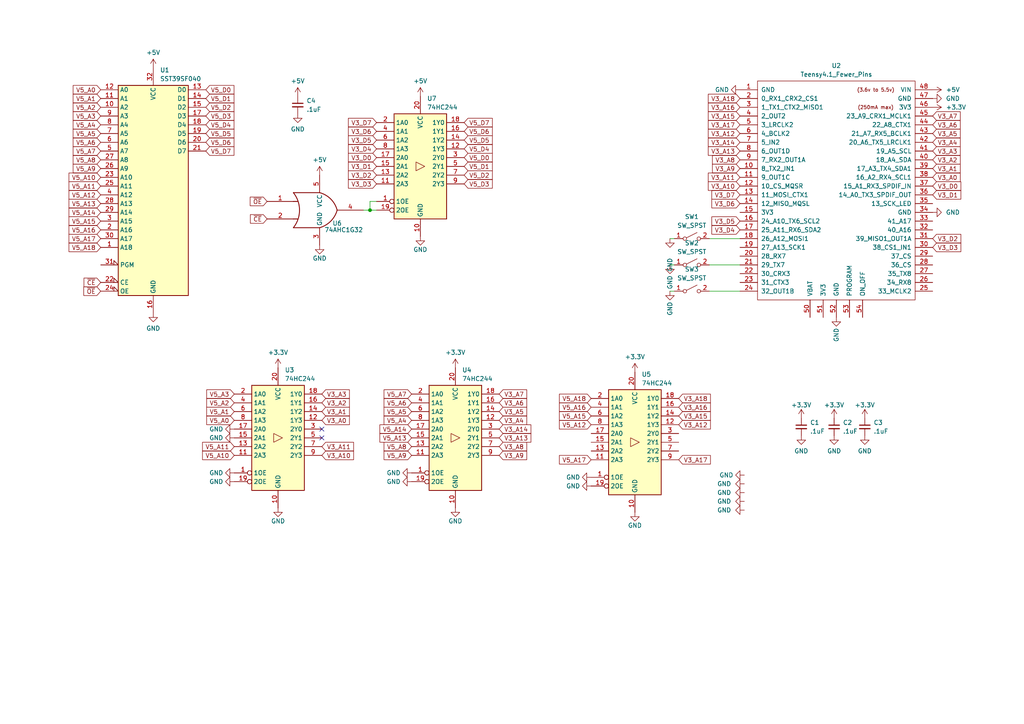
<source format=kicad_sch>
(kicad_sch (version 20230121) (generator eeschema)
  (paper "A4")
  (lib_symbols
    (symbol "74xGxx:74AHC1G32"
      (property "Reference" "U" (at -2.54 3.81 0))
      (property "Value" "74AHC1G32" (at 0 -3.81 0))
      (symbol "74AHC1G32_0_1"
        (arc (start -7.62 -5.08) (mid -5.838 0) (end -7.62 5.08) (stroke (width 0.254)))
        (arc (start 0 -5.08) (mid 3.1986 -3.2054) (end 5.08 0) (stroke (width 0.254)))
        (polyline (pts (xy -7.62 -2.54) (xy -6.35 -2.54)) (stroke (width 0.254)) (fill (type background)))
        (polyline (pts (xy -7.62 2.54) (xy -6.35 2.54)) (stroke (width 0.254)) (fill (type background)))
        (polyline (pts (xy 0 -5.08) (xy -7.62 -5.08)) (stroke (width 0.254)) (fill (type background)))
        (polyline (pts (xy 0 5.08) (xy -7.62 5.08)) (stroke (width 0.254)) (fill (type background)))
        (arc (start 5.08 0) (mid 3.2238 3.2304) (end 0 5.08) (stroke (width 0.254)))
      )
      (symbol "74AHC1G32_1_1"
        (pin input line (at -15.24 2.54 0) (length 7.62) (name "~") (number "1"))
        (pin input line (at -15.24 -2.54 0) (length 7.62) (name "~") (number "2"))
        (pin power_in line (at 0 -10.16 90) (length 5.08) (name "GND") (number "3"))
        (pin output line (at 12.7 0 180) (length 7.62) (name "~") (number "4"))
        (pin power_in line (at 0 10.16 270) (length 5.08) (name "VCC") (number "5"))
      )
    )
    (symbol "74xx:74HC244"
      (property "Reference" "U" (at -7.62 16.51 0))
      (property "Value" "74HC244" (at -7.62 -16.51 0))
      (symbol "74HC244_1_0"
        (polyline (pts (xy 1.27 0) (xy -1.27 1.27) (xy -1.27 -1.27) (xy 1.27 0)) (stroke (width 0.1524)))
        (pin input inverted (at -12.7 -10.16 0) (length 5.08) (name "1OE") (number "1"))
        (pin power_in line (at 0 -20.32 90) (length 5.08) (name "GND") (number "10"))
        (pin input line (at -12.7 -5.08 0) (length 5.08) (name "2A3") (number "11"))
        (pin tri_state line (at 12.7 5.08 180) (length 5.08) (name "1Y3") (number "12"))
        (pin input line (at -12.7 -2.54 0) (length 5.08) (name "2A2") (number "13"))
        (pin tri_state line (at 12.7 7.62 180) (length 5.08) (name "1Y2") (number "14"))
        (pin input line (at -12.7 0 0) (length 5.08) (name "2A1") (number "15"))
        (pin tri_state line (at 12.7 10.16 180) (length 5.08) (name "1Y1") (number "16"))
        (pin input line (at -12.7 2.54 0) (length 5.08) (name "2A0") (number "17"))
        (pin tri_state line (at 12.7 12.7 180) (length 5.08) (name "1Y0") (number "18"))
        (pin input inverted (at -12.7 -12.7 0) (length 5.08) (name "2OE") (number "19"))
        (pin input line (at -12.7 12.7 0) (length 5.08) (name "1A0") (number "2"))
        (pin power_in line (at 0 20.32 270) (length 5.08) (name "VCC") (number "20"))
        (pin tri_state line (at 12.7 2.54 180) (length 5.08) (name "2Y0") (number "3"))
        (pin input line (at -12.7 10.16 0) (length 5.08) (name "1A1") (number "4"))
        (pin tri_state line (at 12.7 0 180) (length 5.08) (name "2Y1") (number "5"))
        (pin input line (at -12.7 7.62 0) (length 5.08) (name "1A2") (number "6"))
        (pin tri_state line (at 12.7 -2.54 180) (length 5.08) (name "2Y2") (number "7"))
        (pin input line (at -12.7 5.08 0) (length 5.08) (name "1A3") (number "8"))
        (pin tri_state line (at 12.7 -5.08 180) (length 5.08) (name "2Y3") (number "9"))
      )
      (symbol "74HC244_1_1"
        (rectangle (start -7.62 15.24) (end 7.62 -15.24) (stroke (width 0.254)) (fill (type background)))
      )
    )
    (symbol "Device:C_Small" (pin_numbers hide) (pin_names (offset 0.254) hide)
      (property "Reference" "C" (at 0.254 1.778 0))
      (property "Value" "C_Small" (at 0.254 -2.032 0))
      (symbol "C_Small_0_1"
        (polyline (pts (xy -1.524 -0.508) (xy 1.524 -0.508)) (stroke (width 0.3302)))
        (polyline (pts (xy -1.524 0.508) (xy 1.524 0.508)) (stroke (width 0.3048)))
      )
      (symbol "C_Small_1_1"
        (pin passive line (at 0 2.54 270) (length 2.032) (name "~") (number "1"))
        (pin passive line (at 0 -2.54 90) (length 2.032) (name "~") (number "2"))
      )
    )
    (symbol "Memory_Flash:SST39SF040"
      (property "Reference" "U" (at 2.54 33.02 0))
      (property "Value" "SST39SF040" (at 0 -30.48 0))
      (symbol "SST39SF040_0_0"
        (pin power_in line (at 0 -34.29 90) (length 5.08) (name "GND") (number "16"))
        (pin power_in line (at 0 36.83 270) (length 5.08) (name "VCC") (number "32"))
      )
      (symbol "SST39SF040_0_1"
        (rectangle (start -10.16 31.75) (end 10.16 -29.21) (stroke (width 0.254)) (fill (type background)))
      )
      (symbol "SST39SF040_1_1"
        (pin input line (at -15.24 -15.24 0) (length 5.08) (name "A18") (number "1"))
        (pin input line (at -15.24 25.4 0) (length 5.08) (name "A2") (number "10"))
        (pin input line (at -15.24 27.94 0) (length 5.08) (name "A1") (number "11"))
        (pin input line (at -15.24 30.48 0) (length 5.08) (name "A0") (number "12"))
        (pin tri_state line (at 15.24 30.48 180) (length 5.08) (name "D0") (number "13"))
        (pin tri_state line (at 15.24 27.94 180) (length 5.08) (name "D1") (number "14"))
        (pin tri_state line (at 15.24 25.4 180) (length 5.08) (name "D2") (number "15"))
        (pin tri_state line (at 15.24 22.86 180) (length 5.08) (name "D3") (number "17"))
        (pin tri_state line (at 15.24 20.32 180) (length 5.08) (name "D4") (number "18"))
        (pin tri_state line (at 15.24 17.78 180) (length 5.08) (name "D5") (number "19"))
        (pin input line (at -15.24 -10.16 0) (length 5.08) (name "A16") (number "2"))
        (pin tri_state line (at 15.24 15.24 180) (length 5.08) (name "D6") (number "20"))
        (pin tri_state line (at 15.24 12.7 180) (length 5.08) (name "D7") (number "21"))
        (pin input input_low (at -15.24 -25.4 0) (length 5.08) (name "CE") (number "22"))
        (pin input line (at -15.24 5.08 0) (length 5.08) (name "A10") (number "23"))
        (pin input input_low (at -15.24 -27.94 0) (length 5.08) (name "OE") (number "24"))
        (pin input line (at -15.24 2.54 0) (length 5.08) (name "A11") (number "25"))
        (pin input line (at -15.24 7.62 0) (length 5.08) (name "A9") (number "26"))
        (pin input line (at -15.24 10.16 0) (length 5.08) (name "A8") (number "27"))
        (pin input line (at -15.24 -2.54 0) (length 5.08) (name "A13") (number "28"))
        (pin input line (at -15.24 -5.08 0) (length 5.08) (name "A14") (number "29"))
        (pin input line (at -15.24 -7.62 0) (length 5.08) (name "A15") (number "3"))
        (pin input line (at -15.24 -12.7 0) (length 5.08) (name "A17") (number "30"))
        (pin input input_low (at -15.24 -20.32 0) (length 5.08) (name "PGM") (number "31"))
        (pin input line (at -15.24 0 0) (length 5.08) (name "A12") (number "4"))
        (pin input line (at -15.24 12.7 0) (length 5.08) (name "A7") (number "5"))
        (pin input line (at -15.24 15.24 0) (length 5.08) (name "A6") (number "6"))
        (pin input line (at -15.24 17.78 0) (length 5.08) (name "A5") (number "7"))
        (pin input line (at -15.24 20.32 0) (length 5.08) (name "A4") (number "8"))
        (pin input line (at -15.24 22.86 0) (length 5.08) (name "A3") (number "9"))
      )
    )
    (symbol "Switch:SW_SPST" (pin_names (offset 0) hide)
      (property "Reference" "SW" (at 0 3.175 0))
      (property "Value" "SW_SPST" (at 0 -2.54 0))
      (symbol "SW_SPST_0_0"
        (circle (center -2.032 0) (radius 0.508))
        (polyline (pts (xy -1.524 0.254) (xy 1.524 1.778)))
        (circle (center 2.032 0) (radius 0.508))
      )
      (symbol "SW_SPST_1_1"
        (pin passive line (at -5.08 0 0) (length 2.54) (name "A") (number "1"))
        (pin passive line (at 5.08 0 180) (length 2.54) (name "B") (number "2"))
      )
    )
    (symbol "power:+3.3V" (power) (pin_names (offset 0))
      (property "Value" "+3.3V" (at 0 3.556 0))
      (symbol "+3.3V_0_1"
        (polyline (pts (xy -0.762 1.27) (xy 0 2.54)))
        (polyline (pts (xy 0 0) (xy 0 2.54)))
        (polyline (pts (xy 0 2.54) (xy 0.762 1.27)))
      )
      (symbol "+3.3V_1_1"
        (pin power_in line (at 0 0 90) (length 0) hide (name "+3.3V") (number "1"))
      )
    )
    (symbol "power:+5V" (power) (pin_names (offset 0))
      (property "Value" "+5V" (at 0 3.556 0))
      (symbol "+5V_0_1"
        (polyline (pts (xy -0.762 1.27) (xy 0 2.54)))
        (polyline (pts (xy 0 0) (xy 0 2.54)))
        (polyline (pts (xy 0 2.54) (xy 0.762 1.27)))
      )
      (symbol "+5V_1_1"
        (pin power_in line (at 0 0 90) (length 0) hide (name "+5V") (number "1"))
      )
    )
    (symbol "power:GND" (power) (pin_names (offset 0))
      (property "Value" "GND" (at 0 -3.81 0))
      (symbol "GND_0_1"
        (polyline (pts (xy 0 0) (xy 0 -1.27) (xy 1.27 -1.27) (xy 0 -2.54) (xy -1.27 -1.27) (xy 0 -1.27)))
      )
      (symbol "GND_1_1"
        (pin power_in line (at 0 0 270) (length 0) hide (name "GND") (number "1"))
      )
    )
    (symbol "smitty:Teensy4.1_Fewer_Pins" (pin_names (offset 1.016))
      (property "Reference" "U" (at 0 60.96 0))
      (property "Value" "Teensy4.1_Fewer_Pins" (at 0 58.42 0))
      (symbol "Teensy4.1_Fewer_Pins_0_0"
        (text "(250mA max)" (at 11.43 49.53 0) (effects (font (size 1.016 1.016))))
        (text "(3.6v to 5.5v)" (at 11.43 54.61 0) (effects (font (size 1.016 1.016))))
        (pin bidirectional line (at -27.94 31.75 0) (length 5.08) (name "8_TX2_IN1") (number "10"))
        (pin bidirectional line (at -27.94 29.21 0) (length 5.08) (name "9_OUT1C") (number "11"))
        (pin bidirectional line (at -27.94 26.67 0) (length 5.08) (name "10_CS_MQSR") (number "12"))
        (pin bidirectional line (at -27.94 24.13 0) (length 5.08) (name "11_MOSI_CTX1") (number "13"))
        (pin bidirectional line (at -27.94 21.59 0) (length 5.08) (name "12_MISO_MQSL") (number "14"))
        (pin power_in line (at -27.94 19.05 0) (length 5.08) (name "3V3") (number "15"))
        (pin bidirectional line (at -27.94 16.51 0) (length 5.08) (name "24_A10_TX6_SCL2") (number "16"))
        (pin bidirectional line (at -27.94 13.97 0) (length 5.08) (name "25_A11_RX6_SDA2") (number "17"))
        (pin bidirectional line (at -27.94 11.43 0) (length 5.08) (name "26_A12_MOSI1") (number "18"))
        (pin bidirectional line (at -27.94 8.89 0) (length 5.08) (name "27_A13_SCK1") (number "19"))
        (pin bidirectional line (at -27.94 6.35 0) (length 5.08) (name "28_RX7") (number "20"))
        (pin bidirectional line (at -27.94 3.81 0) (length 5.08) (name "29_TX7") (number "21"))
        (pin bidirectional line (at -27.94 1.27 0) (length 5.08) (name "30_CRX3") (number "22"))
        (pin bidirectional line (at -27.94 -1.27 0) (length 5.08) (name "31_CTX3") (number "23"))
        (pin bidirectional line (at -27.94 -3.81 0) (length 5.08) (name "32_OUT1B") (number "24"))
        (pin bidirectional line (at 27.94 -3.81 180) (length 5.08) (name "33_MCLK2") (number "25"))
        (pin bidirectional line (at 27.94 -1.27 180) (length 5.08) (name "34_RX8") (number "26"))
        (pin bidirectional line (at 27.94 1.27 180) (length 5.08) (name "35_TX8") (number "27"))
        (pin bidirectional line (at 27.94 3.81 180) (length 5.08) (name "36_CS") (number "28"))
        (pin bidirectional line (at 27.94 6.35 180) (length 5.08) (name "37_CS") (number "29"))
        (pin bidirectional line (at 27.94 8.89 180) (length 5.08) (name "38_CS1_IN1") (number "30"))
        (pin bidirectional line (at 27.94 11.43 180) (length 5.08) (name "39_MISO1_OUT1A") (number "31"))
        (pin bidirectional line (at 27.94 13.97 180) (length 5.08) (name "40_A16") (number "32"))
        (pin bidirectional line (at 27.94 16.51 180) (length 5.08) (name "41_A17") (number "33"))
        (pin bidirectional line (at 27.94 21.59 180) (length 5.08) (name "13_SCK_LED") (number "35"))
        (pin bidirectional line (at 27.94 24.13 180) (length 5.08) (name "14_A0_TX3_SPDIF_OUT") (number "36"))
        (pin bidirectional line (at 27.94 26.67 180) (length 5.08) (name "15_A1_RX3_SPDIF_IN") (number "37"))
        (pin bidirectional line (at 27.94 29.21 180) (length 5.08) (name "16_A2_RX4_SCL1") (number "38"))
        (pin bidirectional line (at 27.94 31.75 180) (length 5.08) (name "17_A3_TX4_SDA1") (number "39"))
        (pin bidirectional line (at 27.94 34.29 180) (length 5.08) (name "18_A4_SDA") (number "40"))
        (pin bidirectional line (at 27.94 36.83 180) (length 5.08) (name "19_A5_SCL") (number "41"))
        (pin bidirectional line (at 27.94 39.37 180) (length 5.08) (name "20_A6_TX5_LRCLK1") (number "42"))
        (pin bidirectional line (at 27.94 41.91 180) (length 5.08) (name "21_A7_RX5_BCLK1") (number "43"))
        (pin bidirectional line (at 27.94 44.45 180) (length 5.08) (name "22_A8_CTX1") (number "44"))
        (pin bidirectional line (at 27.94 46.99 180) (length 5.08) (name "23_A9_CRX1_MCLK1") (number "45"))
        (pin output line (at 27.94 49.53 180) (length 5.08) (name "3V3") (number "46"))
        (pin output line (at 27.94 52.07 180) (length 5.08) (name "GND") (number "47"))
        (pin power_in line (at 27.94 54.61 180) (length 5.08) (name "VIN") (number "48"))
        (pin bidirectional line (at -27.94 44.45 0) (length 5.08) (name "3_LRCLK2") (number "5"))
        (pin power_in line (at -7.62 -11.43 90) (length 5.08) (name "VBAT") (number "50"))
        (pin power_in line (at -3.81 -11.43 90) (length 5.08) (name "3V3") (number "51"))
        (pin input line (at 0 -11.43 90) (length 5.08) (name "GND") (number "52"))
        (pin input line (at 3.81 -11.43 90) (length 5.08) (name "PROGRAM") (number "53"))
        (pin input line (at 7.62 -11.43 90) (length 5.08) (name "ON_OFF") (number "54"))
        (pin bidirectional line (at -27.94 41.91 0) (length 5.08) (name "4_BCLK2") (number "6"))
        (pin bidirectional line (at -27.94 39.37 0) (length 5.08) (name "5_IN2") (number "7"))
        (pin bidirectional line (at -27.94 36.83 0) (length 5.08) (name "6_OUT1D") (number "8"))
        (pin bidirectional line (at -27.94 34.29 0) (length 5.08) (name "7_RX2_OUT1A") (number "9"))
      )
      (symbol "Teensy4.1_Fewer_Pins_0_1"
        (rectangle (start -22.86 57.15) (end 22.86 -6.35))
        (rectangle (start -20.32 -1.27) (end -20.32 -1.27))
      )
      (symbol "Teensy4.1_Fewer_Pins_1_1"
        (pin power_in line (at -27.94 54.61 0) (length 5.08) (name "GND") (number "1"))
        (pin bidirectional line (at -27.94 52.07 0) (length 5.08) (name "0_RX1_CRX2_CS1") (number "2"))
        (pin bidirectional line (at -27.94 49.53 0) (length 5.08) (name "1_TX1_CTX2_MISO1") (number "3"))
        (pin power_in line (at 27.94 19.05 180) (length 5.08) (name "GND") (number "34"))
        (pin bidirectional line (at -27.94 46.99 0) (length 5.08) (name "2_OUT2") (number "4"))
      )
    )
  )
  (junction (at 107.315 60.96))
  (no_connect (at 93.345 124.46))
  (no_connect (at 93.345 127))
  (wire (pts (xy 105.41 60.96) (xy 107.315 60.96)))
  (wire (pts (xy 194.31 76.835) (xy 195.58 76.835)))
  (wire (pts (xy 205.74 69.215) (xy 214.63 69.215)))
  (wire (pts (xy 205.74 84.455) (xy 214.63 84.455)))
  (wire (pts (xy 205.74 76.835) (xy 214.63 76.835)))
  (wire (pts (xy 109.22 58.42) (xy 107.315 58.42)))
  (wire (pts (xy 107.315 58.42) (xy 107.315 60.96)))
  (wire (pts (xy 107.315 60.96) (xy 109.22 60.96)))
  (wire (pts (xy 194.31 84.455) (xy 195.58 84.455)))
  (wire (pts (xy 194.31 69.215) (xy 195.58 69.215)))
  (global_label "V5_A3" (shape input) (at 29.21 33.655 180) (property "Intersheetrefs" "${INTERSHEET_REFS}" (effects hide)))
  (global_label "V5_D4" (shape input) (at 134.62 43.18 0) (property "Intersheetrefs" "${INTERSHEET_REFS}" (effects hide)))
  (global_label "V5_A14" (shape input) (at 119.38 124.46 180) (property "Intersheetrefs" "${INTERSHEET_REFS}" (effects hide)))
  (global_label "V3_A3" (shape input) (at 270.51 43.815 0) (property "Intersheetrefs" "${INTERSHEET_REFS}" (effects hide)))
  (global_label "V3_A14" (shape input) (at 214.63 41.275 180) (property "Intersheetrefs" "${INTERSHEET_REFS}" (effects hide)))
  (global_label "V3_A11" (shape input) (at 93.345 129.54 0) (property "Intersheetrefs" "${INTERSHEET_REFS}" (effects hide)))
  (global_label "V3_A14" (shape input) (at 144.78 124.46 0) (property "Intersheetrefs" "${INTERSHEET_REFS}" (effects hide)))
  (global_label "V3_A4" (shape input) (at 144.78 121.92 0) (property "Intersheetrefs" "${INTERSHEET_REFS}" (effects hide)))
  (global_label "V5_A13" (shape input) (at 29.21 59.055 180) (property "Intersheetrefs" "${INTERSHEET_REFS}" (effects hide)))
  (global_label "V3_A16" (shape input) (at 196.85 118.11 0) (property "Intersheetrefs" "${INTERSHEET_REFS}" (effects hide)))
  (global_label "V3_D3" (shape input) (at 109.22 53.34 180) (property "Intersheetrefs" "${INTERSHEET_REFS}" (effects hide)))
  (global_label "V5_A12" (shape input) (at 29.21 56.515 180) (property "Intersheetrefs" "${INTERSHEET_REFS}" (effects hide)))
  (global_label "~{OE}" (shape input) (at 77.47 58.42 180) (property "Intersheetrefs" "${INTERSHEET_REFS}" (effects hide)))
  (global_label "V3_D4" (shape input) (at 214.63 66.675 180) (property "Intersheetrefs" "${INTERSHEET_REFS}" (effects hide)))
  (global_label "V3_A18" (shape input) (at 214.63 28.575 180) (property "Intersheetrefs" "${INTERSHEET_REFS}" (effects hide)))
  (global_label "V3_D0" (shape input) (at 109.22 45.72 180) (property "Intersheetrefs" "${INTERSHEET_REFS}" (effects hide)))
  (global_label "V5_A2" (shape input) (at 29.21 31.115 180) (property "Intersheetrefs" "${INTERSHEET_REFS}" (effects hide)))
  (global_label "V3_A8" (shape input) (at 144.78 129.54 0) (property "Intersheetrefs" "${INTERSHEET_REFS}" (effects hide)))
  (global_label "V3_A3" (shape input) (at 93.345 114.3 0) (property "Intersheetrefs" "${INTERSHEET_REFS}" (effects hide)))
  (global_label "V3_D5" (shape input) (at 109.22 40.64 180) (property "Intersheetrefs" "${INTERSHEET_REFS}" (effects hide)))
  (global_label "V5_D0" (shape input) (at 59.69 26.035 0) (property "Intersheetrefs" "${INTERSHEET_REFS}" (effects hide)))
  (global_label "V5_A7" (shape input) (at 29.21 43.815 180) (property "Intersheetrefs" "${INTERSHEET_REFS}" (effects hide)))
  (global_label "V5_A4" (shape input) (at 29.21 36.195 180) (property "Intersheetrefs" "${INTERSHEET_REFS}" (effects hide)))
  (global_label "V3_A7" (shape input) (at 270.51 33.655 0) (property "Intersheetrefs" "${INTERSHEET_REFS}" (effects hide)))
  (global_label "V5_D7" (shape input) (at 134.62 35.56 0) (property "Intersheetrefs" "${INTERSHEET_REFS}" (effects hide)))
  (global_label "V5_A5" (shape input) (at 119.38 119.38 180) (property "Intersheetrefs" "${INTERSHEET_REFS}" (effects hide)))
  (global_label "V3_A4" (shape input) (at 270.51 41.275 0) (property "Intersheetrefs" "${INTERSHEET_REFS}" (effects hide)))
  (global_label "V5_A4" (shape input) (at 119.38 121.92 180) (property "Intersheetrefs" "${INTERSHEET_REFS}" (effects hide)))
  (global_label "V5_A11" (shape input) (at 67.945 129.54 180) (property "Intersheetrefs" "${INTERSHEET_REFS}" (effects hide)))
  (global_label "V5_D6" (shape input) (at 59.69 41.275 0) (property "Intersheetrefs" "${INTERSHEET_REFS}" (effects hide)))
  (global_label "V3_A1" (shape input) (at 93.345 119.38 0) (property "Intersheetrefs" "${INTERSHEET_REFS}" (effects hide)))
  (global_label "V5_A18" (shape input) (at 29.21 71.755 180) (property "Intersheetrefs" "${INTERSHEET_REFS}" (effects hide)))
  (global_label "V3_D3" (shape input) (at 270.51 71.755 0) (property "Intersheetrefs" "${INTERSHEET_REFS}" (effects hide)))
  (global_label "V3_A1" (shape input) (at 270.51 48.895 0) (property "Intersheetrefs" "${INTERSHEET_REFS}" (effects hide)))
  (global_label "V5_A14" (shape input) (at 29.21 61.595 180) (property "Intersheetrefs" "${INTERSHEET_REFS}" (effects hide)))
  (global_label "V5_D7" (shape input) (at 59.69 43.815 0) (property "Intersheetrefs" "${INTERSHEET_REFS}" (effects hide)))
  (global_label "V5_A0" (shape input) (at 67.945 121.92 180) (property "Intersheetrefs" "${INTERSHEET_REFS}" (effects hide)))
  (global_label "V3_D7" (shape input) (at 214.63 56.515 180) (property "Intersheetrefs" "${INTERSHEET_REFS}" (effects hide)))
  (global_label "V3_A13" (shape input) (at 144.78 127 0) (property "Intersheetrefs" "${INTERSHEET_REFS}" (effects hide)))
  (global_label "V5_A9" (shape input) (at 29.21 48.895 180) (property "Intersheetrefs" "${INTERSHEET_REFS}" (effects hide)))
  (global_label "V5_A10" (shape input) (at 67.945 132.08 180) (property "Intersheetrefs" "${INTERSHEET_REFS}" (effects hide)))
  (global_label "V5_D2" (shape input) (at 134.62 50.8 0) (property "Intersheetrefs" "${INTERSHEET_REFS}" (effects hide)))
  (global_label "V5_A1" (shape input) (at 67.945 119.38 180) (property "Intersheetrefs" "${INTERSHEET_REFS}" (effects hide)))
  (global_label "V3_A0" (shape input) (at 93.345 121.92 0) (property "Intersheetrefs" "${INTERSHEET_REFS}" (effects hide)))
  (global_label "V5_D4" (shape input) (at 59.69 36.195 0) (property "Intersheetrefs" "${INTERSHEET_REFS}" (effects hide)))
  (global_label "V5_D5" (shape input) (at 134.62 40.64 0) (property "Intersheetrefs" "${INTERSHEET_REFS}" (effects hide)))
  (global_label "V5_A0" (shape input) (at 29.21 26.035 180) (property "Intersheetrefs" "${INTERSHEET_REFS}" (effects hide)))
  (global_label "V5_A8" (shape input) (at 29.21 46.355 180) (property "Intersheetrefs" "${INTERSHEET_REFS}" (effects hide)))
  (global_label "V3_D1" (shape input) (at 270.51 56.515 0) (property "Intersheetrefs" "${INTERSHEET_REFS}" (effects hide)))
  (global_label "V3_D1" (shape input) (at 109.22 48.26 180) (property "Intersheetrefs" "${INTERSHEET_REFS}" (effects hide)))
  (global_label "V5_A18" (shape input) (at 171.45 115.57 180) (property "Intersheetrefs" "${INTERSHEET_REFS}" (effects hide)))
  (global_label "V5_A12" (shape input) (at 171.45 123.19 180) (property "Intersheetrefs" "${INTERSHEET_REFS}" (effects hide)))
  (global_label "V3_A7" (shape input) (at 144.78 114.3 0) (property "Intersheetrefs" "${INTERSHEET_REFS}" (effects hide)))
  (global_label "V3_A17" (shape input) (at 214.63 36.195 180) (property "Intersheetrefs" "${INTERSHEET_REFS}" (effects hide)))
  (global_label "V3_A10" (shape input) (at 214.63 53.975 180) (property "Intersheetrefs" "${INTERSHEET_REFS}" (effects hide)))
  (global_label "~{CE}" (shape input) (at 29.21 81.915 180) (property "Intersheetrefs" "${INTERSHEET_REFS}" (effects hide)))
  (global_label "V3_A16" (shape input) (at 214.63 31.115 180) (property "Intersheetrefs" "${INTERSHEET_REFS}" (effects hide)))
  (global_label "V3_A2" (shape input) (at 270.51 46.355 0) (property "Intersheetrefs" "${INTERSHEET_REFS}" (effects hide)))
  (global_label "V3_D0" (shape input) (at 270.51 53.975 0) (property "Intersheetrefs" "${INTERSHEET_REFS}" (effects hide)))
  (global_label "V3_A6" (shape input) (at 270.51 36.195 0) (property "Intersheetrefs" "${INTERSHEET_REFS}" (effects hide)))
  (global_label "V3_A5" (shape input) (at 270.51 38.735 0) (property "Intersheetrefs" "${INTERSHEET_REFS}" (effects hide)))
  (global_label "V3_A6" (shape input) (at 144.78 116.84 0) (property "Intersheetrefs" "${INTERSHEET_REFS}" (effects hide)))
  (global_label "V3_D5" (shape input) (at 214.63 64.135 180) (property "Intersheetrefs" "${INTERSHEET_REFS}" (effects hide)))
  (global_label "V3_D4" (shape input) (at 109.22 43.18 180) (property "Intersheetrefs" "${INTERSHEET_REFS}" (effects hide)))
  (global_label "V5_A17" (shape input) (at 29.21 69.215 180) (property "Intersheetrefs" "${INTERSHEET_REFS}" (effects hide)))
  (global_label "V5_D6" (shape input) (at 134.62 38.1 0) (property "Intersheetrefs" "${INTERSHEET_REFS}" (effects hide)))
  (global_label "V5_D1" (shape input) (at 134.62 48.26 0) (property "Intersheetrefs" "${INTERSHEET_REFS}" (effects hide)))
  (global_label "V5_A10" (shape input) (at 29.21 51.435 180) (property "Intersheetrefs" "${INTERSHEET_REFS}" (effects hide)))
  (global_label "V5_D2" (shape input) (at 59.69 31.115 0) (property "Intersheetrefs" "${INTERSHEET_REFS}" (effects hide)))
  (global_label "V5_A7" (shape input) (at 119.38 114.3 180) (property "Intersheetrefs" "${INTERSHEET_REFS}" (effects hide)))
  (global_label "V5_A11" (shape input) (at 29.21 53.975 180) (property "Intersheetrefs" "${INTERSHEET_REFS}" (effects hide)))
  (global_label "~{CE}" (shape input) (at 77.47 63.5 180) (property "Intersheetrefs" "${INTERSHEET_REFS}" (effects hide)))
  (global_label "~{OE}" (shape input) (at 29.21 84.455 180) (property "Intersheetrefs" "${INTERSHEET_REFS}" (effects hide)))
  (global_label "V3_A13" (shape input) (at 214.63 43.815 180) (property "Intersheetrefs" "${INTERSHEET_REFS}" (effects hide)))
  (global_label "V5_A16" (shape input) (at 29.21 66.675 180) (property "Intersheetrefs" "${INTERSHEET_REFS}" (effects hide)))
  (global_label "V3_A9" (shape input) (at 214.63 48.895 180) (property "Intersheetrefs" "${INTERSHEET_REFS}" (effects hide)))
  (global_label "V5_D0" (shape input) (at 134.62 45.72 0) (property "Intersheetrefs" "${INTERSHEET_REFS}" (effects hide)))
  (global_label "V5_A15" (shape input) (at 29.21 64.135 180) (property "Intersheetrefs" "${INTERSHEET_REFS}" (effects hide)))
  (global_label "V5_A16" (shape input) (at 171.45 118.11 180) (property "Intersheetrefs" "${INTERSHEET_REFS}" (effects hide)))
  (global_label "V5_A17" (shape input) (at 171.45 133.35 180) (property "Intersheetrefs" "${INTERSHEET_REFS}" (effects hide)))
  (global_label "V5_A3" (shape input) (at 67.945 114.3 180) (property "Intersheetrefs" "${INTERSHEET_REFS}" (effects hide)))
  (global_label "V3_A15" (shape input) (at 214.63 33.655 180) (property "Intersheetrefs" "${INTERSHEET_REFS}" (effects hide)))
  (global_label "V5_D3" (shape input) (at 134.62 53.34 0) (property "Intersheetrefs" "${INTERSHEET_REFS}" (effects hide)))
  (global_label "V3_D6" (shape input) (at 109.22 38.1 180) (property "Intersheetrefs" "${INTERSHEET_REFS}" (effects hide)))
  (global_label "V5_A8" (shape input) (at 119.38 129.54 180) (property "Intersheetrefs" "${INTERSHEET_REFS}" (effects hide)))
  (global_label "V3_A2" (shape input) (at 93.345 116.84 0) (property "Intersheetrefs" "${INTERSHEET_REFS}" (effects hide)))
  (global_label "V5_D3" (shape input) (at 59.69 33.655 0) (property "Intersheetrefs" "${INTERSHEET_REFS}" (effects hide)))
  (global_label "V5_A6" (shape input) (at 119.38 116.84 180) (property "Intersheetrefs" "${INTERSHEET_REFS}" (effects hide)))
  (global_label "V5_A2" (shape input) (at 67.945 116.84 180) (property "Intersheetrefs" "${INTERSHEET_REFS}" (effects hide)))
  (global_label "V3_A15" (shape input) (at 196.85 120.65 0) (property "Intersheetrefs" "${INTERSHEET_REFS}" (effects hide)))
  (global_label "V5_A13" (shape input) (at 119.38 127 180) (property "Intersheetrefs" "${INTERSHEET_REFS}" (effects hide)))
  (global_label "V3_A12" (shape input) (at 196.85 123.19 0) (property "Intersheetrefs" "${INTERSHEET_REFS}" (effects hide)))
  (global_label "V3_D6" (shape input) (at 214.63 59.055 180) (property "Intersheetrefs" "${INTERSHEET_REFS}" (effects hide)))
  (global_label "V5_A5" (shape input) (at 29.21 38.735 180) (property "Intersheetrefs" "${INTERSHEET_REFS}" (effects hide)))
  (global_label "V3_A8" (shape input) (at 214.63 46.355 180) (property "Intersheetrefs" "${INTERSHEET_REFS}" (effects hide)))
  (global_label "V5_D5" (shape input) (at 59.69 38.735 0) (property "Intersheetrefs" "${INTERSHEET_REFS}" (effects hide)))
  (global_label "V3_A10" (shape input) (at 93.345 132.08 0) (property "Intersheetrefs" "${INTERSHEET_REFS}" (effects hide)))
  (global_label "V3_A12" (shape input) (at 214.63 38.735 180) (property "Intersheetrefs" "${INTERSHEET_REFS}" (effects hide)))
  (global_label "V3_D2" (shape input) (at 270.51 69.215 0) (property "Intersheetrefs" "${INTERSHEET_REFS}" (effects hide)))
  (global_label "V3_A0" (shape input) (at 270.51 51.435 0) (property "Intersheetrefs" "${INTERSHEET_REFS}" (effects hide)))
  (global_label "V3_A5" (shape input) (at 144.78 119.38 0) (property "Intersheetrefs" "${INTERSHEET_REFS}" (effects hide)))
  (global_label "V5_A15" (shape input) (at 171.45 120.65 180) (property "Intersheetrefs" "${INTERSHEET_REFS}" (effects hide)))
  (global_label "V5_A6" (shape input) (at 29.21 41.275 180) (property "Intersheetrefs" "${INTERSHEET_REFS}" (effects hide)))
  (global_label "V3_D2" (shape input) (at 109.22 50.8 180) (property "Intersheetrefs" "${INTERSHEET_REFS}" (effects hide)))
  (global_label "V3_A18" (shape input) (at 196.85 115.57 0) (property "Intersheetrefs" "${INTERSHEET_REFS}" (effects hide)))
  (global_label "V3_A17" (shape input) (at 196.85 133.35 0) (property "Intersheetrefs" "${INTERSHEET_REFS}" (effects hide)))
  (global_label "V3_D7" (shape input) (at 109.22 35.56 180) (property "Intersheetrefs" "${INTERSHEET_REFS}" (effects hide)))
  (global_label "V5_D1" (shape input) (at 59.69 28.575 0) (property "Intersheetrefs" "${INTERSHEET_REFS}" (effects hide)))
  (global_label "V5_A1" (shape input) (at 29.21 28.575 180) (property "Intersheetrefs" "${INTERSHEET_REFS}" (effects hide)))
  (global_label "V3_A11" (shape input) (at 214.63 51.435 180) (property "Intersheetrefs" "${INTERSHEET_REFS}" (effects hide)))
  (global_label "V5_A9" (shape input) (at 119.38 132.08 180) (property "Intersheetrefs" "${INTERSHEET_REFS}" (effects hide)))
  (global_label "V3_A9" (shape input) (at 144.78 132.08 0) (property "Intersheetrefs" "${INTERSHEET_REFS}" (effects hide)))
  (symbol (lib_id "power:GND") (at 214.63 26.035 270) (unit 1)
    (property "Reference" "#PWR06" (effects hide))
    (property "Value" "GND" (at 211.455 26.035 90) (effects (justify right)))
  )
  (symbol (lib_id "74xx:74HC244") (at 132.08 127 0) (unit 1)
    (property "Reference" "U4" (at 134.0359 107.315 0) (effects (justify left)))
    (property "Value" "74HC244" (at 134.0359 109.855 0) (effects (justify left)))
    (property "Footprint" "Package_SO:TSSOP-20_4.4x6.5mm_P0.65mm" (effects hide))
    (property "Datasheet" "https://assets.nexperia.com/documents/data-sheet/74HC_HCT244.pdf" (effects hide))
    (property "LCSC" "C5623" (effects hide))
  )
  (symbol (lib_id "power:GND") (at 184.15 148.59 0) (unit 1)
    (property "Reference" "#PWR022" (effects hide))
    (property "Value" "GND" (at 184.15 152.4 0))
  )
  (symbol (lib_id "power:GND") (at 194.31 76.835 0) (unit 1)
    (property "Reference" "#PWR028" (effects hide))
    (property "Value" "GND" (at 194.31 81.915 90))
  )
  (symbol (lib_id "74xx:74HC244") (at 121.92 48.26 0) (unit 1)
    (property "Reference" "U7" (at 123.8759 28.575 0) (effects (justify left)))
    (property "Value" "74HC244" (at 123.8759 31.115 0) (effects (justify left)))
    (property "Footprint" "Package_SO:TSSOP-20_4.4x6.5mm_P0.65mm" (effects hide))
    (property "Datasheet" "https://assets.nexperia.com/documents/data-sheet/74HC_HCT244.pdf" (effects hide))
    (property "LCSC" "C5623" (effects hide))
  )
  (symbol (lib_id "power:GND") (at 121.92 68.58 0) (unit 1)
    (property "Reference" "#PWR016" (effects hide))
    (property "Value" "GND" (at 121.92 72.39 0))
  )
  (symbol (lib_id "power:GND") (at 132.08 147.32 0) (unit 1)
    (property "Reference" "#PWR014" (effects hide))
    (property "Value" "GND" (at 132.08 151.13 0))
  )
  (symbol (lib_id "Device:C_Small") (at 241.935 123.825 0) (unit 1)
    (property "Reference" "C2" (at 244.475 122.5613 0) (effects (justify left)))
    (property "Value" ".1uF" (at 244.475 125.1013 0) (effects (justify left)))
    (property "Footprint" "Capacitor_SMD:C_0603_1608Metric" (effects hide))
    (property "LCSC" "C15849" (effects hide))
  )
  (symbol (lib_id "power:+5V") (at 92.71 50.8 0) (unit 1)
    (property "Reference" "#PWR08" (effects hide))
    (property "Value" "+5V" (at 92.71 46.355 0))
  )
  (symbol (lib_id "power:GND") (at 119.38 137.16 270) (unit 1)
    (property "Reference" "#PWR019" (effects hide))
    (property "Value" "GND" (at 116.205 137.16 90) (effects (justify right)))
  )
  (symbol (lib_id "power:GND") (at 67.945 124.46 270) (unit 1)
    (property "Reference" "#PWR017" (effects hide))
    (property "Value" "GND" (at 64.77 124.46 90) (effects (justify right)))
  )
  (symbol (lib_id "power:GND") (at 44.45 90.805 0) (unit 1)
    (property "Reference" "#PWR02" (effects hide))
    (property "Value" "GND" (at 44.45 95.25 0))
  )
  (symbol (lib_id "Device:C_Small") (at 250.825 123.825 0) (unit 1)
    (property "Reference" "C3" (at 253.365 122.5613 0) (effects (justify left)))
    (property "Value" ".1uF" (at 253.365 125.1013 0) (effects (justify left)))
    (property "Footprint" "Capacitor_SMD:C_0603_1608Metric" (effects hide))
    (property "LCSC" "C15849" (effects hide))
  )
  (symbol (lib_id "power:+5V") (at 86.36 27.94 0) (unit 1)
    (property "Reference" "#PWR040" (effects hide))
    (property "Value" "+5V" (at 86.36 23.495 0))
  )
  (symbol (lib_id "power:+3.3V") (at 80.645 106.68 0) (unit 1)
    (property "Reference" "#PWR012" (effects hide))
    (property "Value" "+3.3V" (at 80.645 102.235 0))
  )
  (symbol (lib_id "74xx:74HC244") (at 184.15 128.27 0) (unit 1)
    (property "Reference" "U5" (at 186.1059 108.585 0) (effects (justify left)))
    (property "Value" "74HC244" (at 186.1059 111.125 0) (effects (justify left)))
    (property "Footprint" "Package_SO:TSSOP-20_4.4x6.5mm_P0.65mm" (effects hide))
    (property "Datasheet" "https://assets.nexperia.com/documents/data-sheet/74HC_HCT244.pdf" (effects hide))
    (property "LCSC" "C5623" (effects hide))
  )
  (symbol (lib_id "power:GND") (at 215.9 140.335 270) (mirror x) (unit 1)
    (property "Reference" "#PWR043" (effects hide))
    (property "Value" "GND" (at 212.09 140.335 90) (effects (justify right)))
  )
  (symbol (lib_id "power:+3.3V") (at 250.825 121.285 0) (unit 1)
    (property "Reference" "#PWR038" (effects hide))
    (property "Value" "+3.3V" (at 250.825 117.475 0))
  )
  (symbol (lib_id "power:GND") (at 119.38 139.7 270) (unit 1)
    (property "Reference" "#PWR024" (effects hide))
    (property "Value" "GND" (at 116.205 139.7 90) (effects (justify right)))
  )
  (symbol (lib_id "power:GND") (at 215.9 137.795 270) (mirror x) (unit 1)
    (property "Reference" "#PWR042" (effects hide))
    (property "Value" "GND" (at 212.725 137.795 90) (effects (justify right)))
  )
  (symbol (lib_id "power:GND") (at 242.57 92.075 0) (unit 1)
    (property "Reference" "#PWR04" (effects hide))
    (property "Value" "GND" (at 242.57 97.155 90))
  )
  (symbol (lib_id "power:GND") (at 92.71 71.12 0) (unit 1)
    (property "Reference" "#PWR07" (effects hide))
    (property "Value" "GND" (at 92.71 74.93 0))
  )
  (symbol (lib_id "74xGxx:74AHC1G32") (at 92.71 60.96 0) (unit 1)
    (property "Reference" "U6" (at 97.79 64.77 0))
    (property "Value" "74AHC1G32" (at 99.695 66.675 0))
    (property "Footprint" "Package_TO_SOT_SMD:SOT-353_SC-70-5" (effects hide))
    (property "Datasheet" "http://www.ti.com/lit/sg/scyt129e/scyt129e.pdf" (effects hide))
    (property "LCSC" "C12489" (effects hide))
  )
  (symbol (lib_id "Memory_Flash:SST39SF040") (at 44.45 56.515 0) (unit 1) (in_bom no)
    (property "Reference" "U1" (at 46.4059 20.32 0) (effects (justify left)))
    (property "Value" "SST39SF040" (at 46.4059 22.86 0) (effects (justify left)))
    (property "Footprint" "Package_DIP:DIP-32_W15.24mm_Socket" (effects hide))
    (property "Datasheet" "http://ww1.microchip.com/downloads/en/DeviceDoc/25022B.pdf" (effects hide))
  )
  (symbol (lib_id "power:GND") (at 241.935 126.365 0) (unit 1)
    (property "Reference" "#PWR037" (effects hide))
    (property "Value" "GND" (at 241.935 130.81 0))
  )
  (symbol (lib_id "Switch:SW_SPST") (at 200.66 76.835 0) (unit 1)
    (property "Reference" "SW2" (at 200.66 70.485 0))
    (property "Value" "SW_SPST" (at 200.66 73.025 0))
    (property "Footprint" "Button_Switch_SMD:SW_SPST_B3U-1000P-B" (effects hide))
    (property "LCSC" "C498294" (effects hide))
  )
  (symbol (lib_id "power:GND") (at 171.45 140.97 270) (unit 1)
    (property "Reference" "#PWR023" (effects hide))
    (property "Value" "GND" (at 168.275 140.97 90) (effects (justify right)))
  )
  (symbol (lib_id "power:GND") (at 194.31 84.455 0) (unit 1)
    (property "Reference" "#PWR029" (effects hide))
    (property "Value" "GND" (at 194.31 89.535 90))
  )
  (symbol (lib_id "power:GND") (at 80.645 147.32 0) (unit 1)
    (property "Reference" "#PWR015" (effects hide))
    (property "Value" "GND" (at 80.645 151.13 0))
  )
  (symbol (lib_id "Device:C_Small") (at 232.41 123.825 0) (unit 1)
    (property "Reference" "C1" (at 234.95 122.5613 0) (effects (justify left)))
    (property "Value" ".1uF" (at 234.95 125.1013 0) (effects (justify left)))
    (property "Footprint" "Capacitor_SMD:C_0603_1608Metric" (effects hide))
    (property "LCSC" "C15849" (effects hide))
  )
  (symbol (lib_id "power:+3.3V") (at 241.935 121.285 0) (unit 1)
    (property "Reference" "#PWR036" (effects hide))
    (property "Value" "+3.3V" (at 241.935 117.475 0))
  )
  (symbol (lib_id "power:GND") (at 194.31 69.215 0) (unit 1)
    (property "Reference" "#PWR027" (effects hide))
    (property "Value" "GND" (at 194.31 76.835 90))
  )
  (symbol (lib_id "power:GND") (at 171.45 138.43 270) (unit 1)
    (property "Reference" "#PWR020" (effects hide))
    (property "Value" "GND" (at 168.275 138.43 90) (effects (justify right)))
  )
  (symbol (lib_id "smitty:Teensy4.1_Fewer_Pins") (at 242.57 80.645 0) (unit 1) (in_bom no)
    (property "Reference" "U2" (at 242.57 19.05 0))
    (property "Value" "Teensy4.1_Fewer_Pins" (at 242.57 21.59 0))
    (property "Footprint" "Libraries:Teensy41_Fewer_Pins" (effects hide))
  )
  (symbol (lib_id "power:GND") (at 270.51 61.595 90) (unit 1)
    (property "Reference" "#PWR010" (effects hide))
    (property "Value" "GND" (at 274.32 61.595 90) (effects (justify right)))
  )
  (symbol (lib_id "power:+3.3V") (at 232.41 121.285 0) (unit 1)
    (property "Reference" "#PWR034" (effects hide))
    (property "Value" "+3.3V" (at 232.41 117.475 0))
  )
  (symbol (lib_id "power:GND") (at 67.945 127 270) (unit 1)
    (property "Reference" "#PWR026" (effects hide))
    (property "Value" "GND" (at 64.77 127 90) (effects (justify right)))
  )
  (symbol (lib_id "power:GND") (at 215.9 147.955 270) (mirror x) (unit 1)
    (property "Reference" "#PWR046" (effects hide))
    (property "Value" "GND" (at 212.09 147.955 90) (effects (justify right)))
  )
  (symbol (lib_id "power:+5V") (at 270.51 26.035 270) (unit 1)
    (property "Reference" "#PWR03" (effects hide))
    (property "Value" "+5V" (at 274.32 26.035 90) (effects (justify left)))
  )
  (symbol (lib_id "74xx:74HC244") (at 80.645 127 0) (unit 1)
    (property "Reference" "U3" (at 82.6009 107.315 0) (effects (justify left)))
    (property "Value" "74HC244" (at 82.6009 109.855 0) (effects (justify left)))
    (property "Footprint" "Package_SO:TSSOP-20_4.4x6.5mm_P0.65mm" (effects hide))
    (property "Datasheet" "https://assets.nexperia.com/documents/data-sheet/74HC_HCT244.pdf" (effects hide))
    (property "LCSC" "C5623" (effects hide))
  )
  (symbol (lib_id "power:GND") (at 67.945 139.7 270) (unit 1)
    (property "Reference" "#PWR025" (effects hide))
    (property "Value" "GND" (at 64.77 139.7 90) (effects (justify right)))
  )
  (symbol (lib_id "power:GND") (at 232.41 126.365 0) (unit 1)
    (property "Reference" "#PWR035" (effects hide))
    (property "Value" "GND" (at 232.41 130.81 0))
  )
  (symbol (lib_id "power:GND") (at 86.36 33.02 0) (unit 1)
    (property "Reference" "#PWR041" (effects hide))
    (property "Value" "GND" (at 86.36 37.465 0))
  )
  (symbol (lib_id "Device:C_Small") (at 86.36 30.48 0) (unit 1)
    (property "Reference" "C4" (at 88.9 29.2163 0) (effects (justify left)))
    (property "Value" ".1uF" (at 88.9 31.7563 0) (effects (justify left)))
    (property "Footprint" "Capacitor_SMD:C_0603_1608Metric" (effects hide))
    (property "LCSC" "C15849" (effects hide))
  )
  (symbol (lib_id "power:GND") (at 270.51 28.575 90) (unit 1)
    (property "Reference" "#PWR05" (effects hide))
    (property "Value" "GND" (at 274.32 28.575 90) (effects (justify right)))
  )
  (symbol (lib_id "power:+3.3V") (at 184.15 107.95 0) (unit 1)
    (property "Reference" "#PWR021" (effects hide))
    (property "Value" "+3.3V" (at 184.15 103.505 0))
  )
  (symbol (lib_id "Switch:SW_SPST") (at 200.66 84.455 0) (unit 1)
    (property "Reference" "SW3" (at 200.66 78.105 0))
    (property "Value" "SW_SPST" (at 200.66 80.645 0))
    (property "Footprint" "Button_Switch_SMD:SW_SPST_B3U-1000P-B" (effects hide))
    (property "LCSC" "C498294" (effects hide))
  )
  (symbol (lib_id "power:+3.3V") (at 270.51 31.115 270) (unit 1)
    (property "Reference" "#PWR09" (effects hide))
    (property "Value" "+3.3V" (at 274.32 31.115 90) (effects (justify left)))
  )
  (symbol (lib_id "power:+5V") (at 44.45 19.685 0) (unit 1)
    (property "Reference" "#PWR01" (effects hide))
    (property "Value" "+5V" (at 44.45 15.24 0))
  )
  (symbol (lib_id "Switch:SW_SPST") (at 200.66 69.215 0) (unit 1)
    (property "Reference" "SW1" (at 200.66 62.865 0))
    (property "Value" "SW_SPST" (at 200.66 65.405 0))
    (property "Footprint" "Button_Switch_SMD:SW_SPST_B3U-1000P-B" (effects hide))
    (property "LCSC" "C498294" (effects hide))
  )
  (symbol (lib_id "power:+5V") (at 121.92 27.94 0) (unit 1)
    (property "Reference" "#PWR011" (effects hide))
    (property "Value" "+5V" (at 121.92 23.495 0))
  )
  (symbol (lib_id "power:GND") (at 215.9 142.875 270) (mirror x) (unit 1)
    (property "Reference" "#PWR044" (effects hide))
    (property "Value" "GND" (at 212.09 142.875 90) (effects (justify right)))
  )
  (symbol (lib_id "power:GND") (at 215.9 145.415 270) (mirror x) (unit 1)
    (property "Reference" "#PWR045" (effects hide))
    (property "Value" "GND" (at 212.09 145.415 90) (effects (justify right)))
  )
  (symbol (lib_id "power:+3.3V") (at 132.08 106.68 0) (unit 1)
    (property "Reference" "#PWR013" (effects hide))
    (property "Value" "+3.3V" (at 132.08 102.235 0))
  )
  (symbol (lib_id "power:GND") (at 250.825 126.365 0) (unit 1)
    (property "Reference" "#PWR039" (effects hide))
    (property "Value" "GND" (at 250.825 130.81 0))
  )
  (symbol (lib_id "power:GND") (at 67.945 137.16 270) (unit 1)
    (property "Reference" "#PWR018" (effects hide))
    (property "Value" "GND" (at 64.77 137.16 90) (effects (justify right)))
  )
)
</source>
